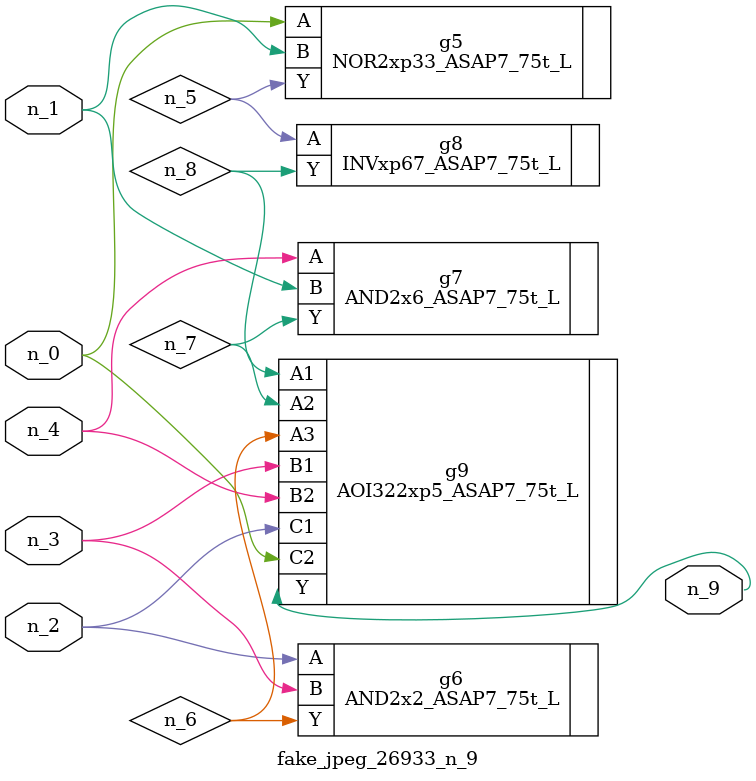
<source format=v>
module fake_jpeg_26933_n_9 (n_3, n_2, n_1, n_0, n_4, n_9);

input n_3;
input n_2;
input n_1;
input n_0;
input n_4;

output n_9;

wire n_8;
wire n_6;
wire n_5;
wire n_7;

NOR2xp33_ASAP7_75t_L g5 ( 
.A(n_0),
.B(n_1),
.Y(n_5)
);

AND2x2_ASAP7_75t_L g6 ( 
.A(n_2),
.B(n_3),
.Y(n_6)
);

AND2x6_ASAP7_75t_L g7 ( 
.A(n_4),
.B(n_1),
.Y(n_7)
);

INVxp67_ASAP7_75t_L g8 ( 
.A(n_5),
.Y(n_8)
);

AOI322xp5_ASAP7_75t_L g9 ( 
.A1(n_8),
.A2(n_7),
.A3(n_6),
.B1(n_3),
.B2(n_4),
.C1(n_2),
.C2(n_0),
.Y(n_9)
);


endmodule
</source>
